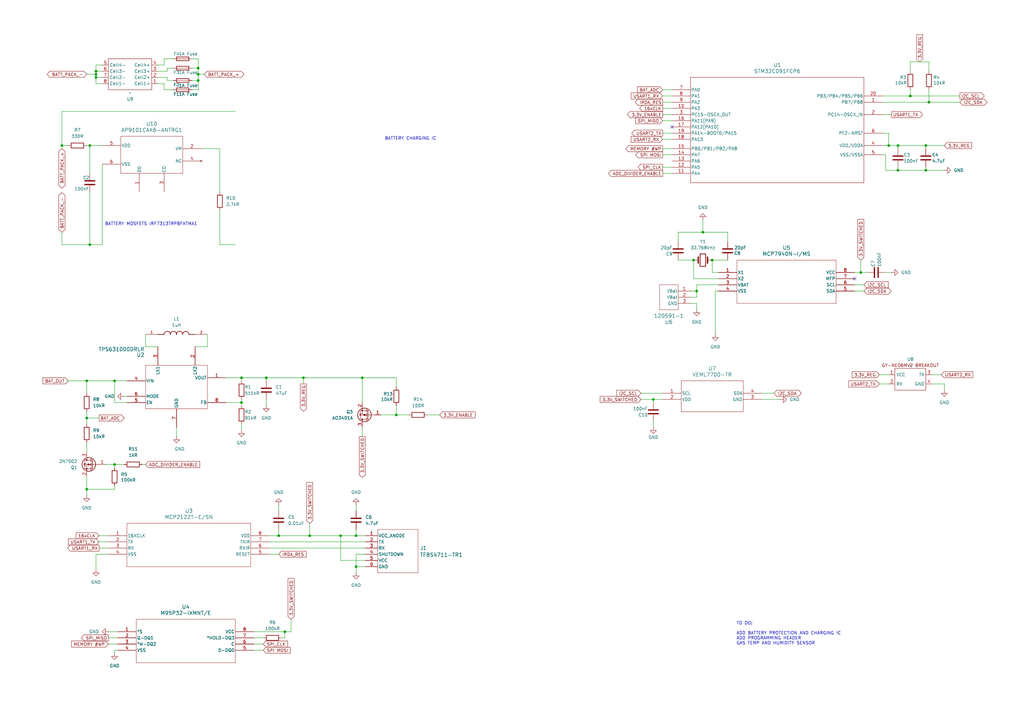
<source format=kicad_sch>
(kicad_sch (version 20250114) (generator "eeschema") (generator_version "9.0")
  (paper "A3")
  (lib_symbols
    (symbol "AMDLA1004S-1R0MT:18650_4_Cell_Holder"
      (property "Reference" "U" (at 0 0 0))
      (symbol "18650_4_Cell_Holder_0_1"
        (rectangle (start -8.89 -1.27) (end 8.89 -13.97))
      )
      (symbol "18650_4_Cell_Holder_1_1"
        (pin input line (at -11.43 -3.81 0) (length 2.54) (name "Cell1+") (number "1"))
        (pin input line (at -11.43 -6.35 0) (length 2.54) (name "Cell2+") (number "2"))
        (pin input line (at -11.43 -8.89 0) (length 2.54) (name "Cell3+") (number "3"))
        (pin input line (at -11.43 -11.43 0) (length 2.54) (name "Cell4+") (number "4"))
        (pin input line (at 11.43 -3.81 180) (length 2.54) (name "Cell1-") (number "8"))
        (pin input line (at 11.43 -6.35 180) (length 2.54) (name "Cell2-") (number "7"))
        (pin input line (at 11.43 -8.89 180) (length 2.54) (name "Cell3-") (number "6"))
        (pin input line (at 11.43 -11.43 180) (length 2.54) (name "Cell4-") (number "5"))
      )
    )
    (symbol "AMDLA1004S-1R0MT:AMDLA1004S-1R0MT" (pin_names (offset 1.016))
      (property "Reference" "L" (at -10.16 5.08 0))
      (property "Value" "AMDLA1004S-1R0MT" (at -10.16 -5.08 0))
      (symbol "AMDLA1004S-1R0MT_0_0"
        (polyline (pts (xy -5.08 0) (xy -7.62 0)) (stroke (width 0.254)))
        (arc (start -5.08 0) (mid -3.81 1.2645) (end -2.54 0) (stroke (width 0.254)))
        (arc (start -2.54 0) (mid -1.27 1.2645) (end 0 0) (stroke (width 0.254)))
        (arc (start 0 0) (mid 1.27 1.2645) (end 2.54 0) (stroke (width 0.254)))
        (arc (start 2.54 0) (mid 3.81 1.2645) (end 5.08 0) (stroke (width 0.254)))
        (polyline (pts (xy 5.08 0) (xy 7.62 0)) (stroke (width 0.254)))
        (pin passive line (at -12.7 0 0) (length 5.08) (name "~") (number "1"))
        (pin passive line (at 12.7 0 180) (length 5.08) (name "~") (number "2"))
      )
    )
    (symbol "AP9101CAK6-ANTRG1:AP9101CAK6-ANTRG1" (pin_names (offset 0.254))
      (property "Reference" "U10" (at 20.32 10.16 0))
      (property "Value" "AP9101CAK6-ANTRG1" (at 20.32 7.62 0))
      (symbol "AP9101CAK6-ANTRG1_0_1"
        (polyline (pts (xy 7.62 5.08) (xy 7.62 -10.16)) (stroke (width 0.127)))
        (polyline (pts (xy 7.62 -10.16) (xy 33.02 -10.16)) (stroke (width 0.127)))
        (polyline (pts (xy 33.02 5.08) (xy 7.62 5.08)) (stroke (width 0.127)))
        (polyline (pts (xy 33.02 -10.16) (xy 33.02 5.08)) (stroke (width 0.127)))
        (pin power_in line (at 0 1.27 0) (length 7.62) (name "VDD") (number "5"))
        (pin power_out line (at 0 -6.35 0) (length 7.62) (name "VSS") (number "6"))
        (pin unspecified line (at 15.24 -17.78 90) (length 7.62) (name "DO") (number "1"))
        (pin unspecified line (at 25.4 -17.78 90) (length 7.62) (name "CO") (number "3"))
        (pin input line (at 40.64 0 180) (length 7.62) (name "VM") (number "2"))
        (pin no_connect line (at 40.64 -5.08 180) (length 7.62) (name "NC") (number "4"))
      )
    )
    (symbol "Device:C" (pin_numbers (hide yes)) (pin_names (offset 0.254))
      (property "Reference" "C" (at 0.635 2.54 0))
      (property "Value" "C" (at 0.635 -2.54 0))
      (symbol "C_0_1"
        (polyline (pts (xy -2.032 0.762) (xy 2.032 0.762)) (stroke (width 0.508)))
        (polyline (pts (xy -2.032 -0.762) (xy 2.032 -0.762)) (stroke (width 0.508)))
      )
      (symbol "C_1_1"
        (pin passive line (at 0 3.81 270) (length 2.794) (name "~") (number "1"))
        (pin passive line (at 0 -3.81 90) (length 2.794) (name "~") (number "2"))
      )
    )
    (symbol "Device:Crystal" (pin_numbers (hide yes)) (pin_names (offset 1.016) (hide yes))
      (property "Reference" "Y" (at 0 3.81 0))
      (property "Value" "Crystal" (at 0 -3.81 0))
      (symbol "Crystal_0_1"
        (polyline (pts (xy -2.54 0) (xy -1.905 0)))
        (polyline (pts (xy -1.905 -1.27) (xy -1.905 1.27)) (stroke (width 0.508)))
        (rectangle (start -1.143 2.54) (end 1.143 -2.54) (stroke (width 0.3048)))
        (polyline (pts (xy 1.905 -1.27) (xy 1.905 1.27)) (stroke (width 0.508)))
        (polyline (pts (xy 2.54 0) (xy 1.905 0)))
      )
      (symbol "Crystal_1_1"
        (pin passive line (at -3.81 0 0) (length 1.27) (name "1") (number "1"))
        (pin passive line (at 3.81 0 180) (length 1.27) (name "2") (number "2"))
      )
    )
    (symbol "Device:Fuse" (pin_numbers (hide yes)) (pin_names (offset 0))
      (property "Reference" "F" (at 2.032 0 90))
      (property "Value" "Fuse" (at -1.905 0 90))
      (symbol "Fuse_0_1"
        (rectangle (start -0.762 -2.54) (end 0.762 2.54) (stroke (width 0.254)))
        (polyline (pts (xy 0 2.54) (xy 0 -2.54)))
      )
      (symbol "Fuse_1_1"
        (pin passive line (at 0 3.81 270) (length 1.27) (name "~") (number "1"))
        (pin passive line (at 0 -3.81 90) (length 1.27) (name "~") (number "2"))
      )
    )
    (symbol "Device:R" (pin_numbers (hide yes)) (pin_names (offset 0))
      (property "Reference" "R" (at 2.032 0 90))
      (property "Value" "R" (at 0 0 90))
      (symbol "R_0_1"
        (rectangle (start -1.016 -2.54) (end 1.016 2.54) (stroke (width 0.254)))
      )
      (symbol "R_1_1"
        (pin passive line (at 0 3.81 270) (length 1.27) (name "~") (number "1"))
        (pin passive line (at 0 -3.81 90) (length 1.27) (name "~") (number "2"))
      )
    )
    (symbol "M95P32-IXMNT/E:GY-NEO6MV2"
      (property "Reference" "U8" (at 0 2.54 0))
      (property "Value" "~" (at 0 0 0))
      (symbol "GY-NEO6MV2_1_1"
        (rectangle (start -6.35 -1.27) (end 6.35 -10.16))
        (text "GY-NEO6MV2 BREAKOUT\n" (at 0 0 0) (effects (font (size 1.27 1.27))))
        (pin input line (at -8.89 -3.81 0) (length 2.54) (name "VCC") (number "1"))
        (pin input line (at -8.89 -7.62 0) (length 2.54) (name "RX") (number "2"))
        (pin input line (at 8.89 -3.81 180) (length 2.54) (name "TX") (number "3"))
        (pin input line (at 8.89 -7.62 180) (length 2.54) (name "GND") (number "4"))
      )
    )
    (symbol "M95P32-IXMNT/E:M95P32-IXMNT_E" (pin_names (offset 0.254))
      (property "Reference" "U" (at 27.94 10.16 0))
      (property "Value" "M95P32-IXMNT/E" (at 27.94 7.62 0))
      (symbol "M95P32-IXMNT_E_0_1"
        (polyline (pts (xy 7.62 5.08) (xy 7.62 -12.7)) (stroke (width 0.127)))
        (polyline (pts (xy 7.62 -12.7) (xy 48.26 -12.7)) (stroke (width 0.127)))
        (polyline (pts (xy 48.26 5.08) (xy 7.62 5.08)) (stroke (width 0.127)))
        (polyline (pts (xy 48.26 -12.7) (xy 48.26 5.08)) (stroke (width 0.127)))
        (pin input line (at 0 0 0) (length 7.62) (name "*S") (number "1"))
        (pin output line (at 0 -2.54 0) (length 7.62) (name "Q-DQ1") (number "2"))
        (pin bidirectional line (at 0 -5.08 0) (length 7.62) (name "*W-DQ2") (number "3"))
        (pin power_out line (at 0 -7.62 0) (length 7.62) (name "VSS") (number "4"))
        (pin power_in line (at 55.88 0 180) (length 7.62) (name "VCC") (number "8"))
        (pin bidirectional line (at 55.88 -2.54 180) (length 7.62) (name "*HOLD-DQ3") (number "7"))
        (pin input line (at 55.88 -5.08 180) (length 7.62) (name "C") (number "6"))
        (pin bidirectional line (at 55.88 -7.62 180) (length 7.62) (name "D-DQ0") (number "5"))
      )
    )
    (symbol "MCP2122:MCP2122T-E_SN" (pin_names (offset 0.254))
      (property "Reference" "U" (at 33.02 10.16 0))
      (property "Value" "MCP2122T-E/SN" (at 33.02 7.62 0))
      (symbol "MCP2122T-E_SN_0_1"
        (polyline (pts (xy 7.62 5.08) (xy 7.62 -12.7)) (stroke (width 0.127)))
        (polyline (pts (xy 7.62 -12.7) (xy 58.42 -12.7)) (stroke (width 0.127)))
        (polyline (pts (xy 58.42 5.08) (xy 7.62 5.08)) (stroke (width 0.127)))
        (polyline (pts (xy 58.42 -12.7) (xy 58.42 5.08)) (stroke (width 0.127)))
        (pin unspecified line (at 0 0 0) (length 7.62) (name "16XCLK") (number "1"))
        (pin unspecified line (at 0 -2.54 0) (length 7.62) (name "TX") (number "2"))
        (pin unspecified line (at 0 -5.08 0) (length 7.62) (name "RX") (number "3"))
        (pin unspecified line (at 0 -7.62 0) (length 7.62) (name "VSS") (number "4"))
        (pin unspecified line (at 66.04 0 180) (length 7.62) (name "VDD") (number "8"))
        (pin unspecified line (at 66.04 -2.54 180) (length 7.62) (name "TXIR") (number "7"))
        (pin unspecified line (at 66.04 -5.08 180) (length 7.62) (name "RXIR") (number "6"))
        (pin unspecified line (at 66.04 -7.62 180) (length 7.62) (name "RESET") (number "5"))
      )
    )
    (symbol "MCP7940N-I/MS:MCP7940N-I_MS" (pin_names (offset 0.254))
      (property "Reference" "U" (at 27.94 10.16 0))
      (property "Value" "MCP7940N-I/MS" (at 27.94 7.62 0))
      (symbol "MCP7940N-I_MS_0_1"
        (polyline (pts (xy 7.62 5.08) (xy 7.62 -12.7)) (stroke (width 0.127)))
        (polyline (pts (xy 7.62 -12.7) (xy 48.26 -12.7)) (stroke (width 0.127)))
        (polyline (pts (xy 48.26 5.08) (xy 7.62 5.08)) (stroke (width 0.127)))
        (polyline (pts (xy 48.26 -12.7) (xy 48.26 5.08)) (stroke (width 0.127)))
        (pin input line (at 0 0 0) (length 7.62) (name "X1") (number "1"))
        (pin output line (at 0 -2.54 0) (length 7.62) (name "X2") (number "2"))
        (pin power_in line (at 0 -5.08 0) (length 7.62) (name "VBAT") (number "3"))
        (pin power_in line (at 0 -7.62 0) (length 7.62) (name "VSS") (number "4"))
        (pin power_in line (at 55.88 0 180) (length 7.62) (name "VCC") (number "8"))
        (pin unspecified line (at 55.88 -2.54 180) (length 7.62) (name "MFP") (number "7"))
        (pin unspecified line (at 55.88 -5.08 180) (length 7.62) (name "SCL") (number "6"))
        (pin bidirectional line (at 55.88 -7.62 180) (length 7.62) (name "SDA") (number "5"))
      )
    )
    (symbol "MP000357:120591-1" (pin_names (offset 0.254))
      (property "Reference" "U6" (at 8.89 -12.7 0))
      (property "Value" "120591-1" (at 8.89 -10.16 0))
      (symbol "120591-1_1_1"
        (polyline (pts (xy 5.08 2.54) (xy 5.08 -7.62)) (stroke (width 0.127)))
        (polyline (pts (xy 5.08 -7.62) (xy 12.7 -7.62)) (stroke (width 0.127)))
        (polyline (pts (xy 12.7 2.54) (xy 5.08 2.54)) (stroke (width 0.127)))
        (polyline (pts (xy 12.7 -7.62) (xy 12.7 2.54)) (stroke (width 0.127)))
        (pin unspecified line (at 0 0 0) (length 5.08) (name "VBat") (number "1"))
        (pin unspecified line (at 0 -2.54 0) (length 5.08) (name "VBat") (number "2"))
        (pin unspecified line (at 0 -5.08 0) (length 5.08) (name "GND") (number "3"))
      )
      (symbol "120591-1_1_2"
        (polyline (pts (xy 5.08 2.54) (xy 5.08 -7.62)) (stroke (width 0.127)))
        (polyline (pts (xy 5.08 -7.62) (xy 12.7 -7.62)) (stroke (width 0.127)))
        (polyline (pts (xy 7.62 0) (xy 5.08 0)) (stroke (width 0.127)))
        (polyline (pts (xy 7.62 0) (xy 8.89 0.8467)) (stroke (width 0.127)))
        (polyline (pts (xy 7.62 0) (xy 8.89 -0.8467)) (stroke (width 0.127)))
        (polyline (pts (xy 7.62 -2.54) (xy 5.08 -2.54)) (stroke (width 0.127)))
        (polyline (pts (xy 7.62 -2.54) (xy 8.89 -1.6933)) (stroke (width 0.127)))
        (polyline (pts (xy 7.62 -2.54) (xy 8.89 -3.3867)) (stroke (width 0.127)))
        (polyline (pts (xy 7.62 -5.08) (xy 5.08 -5.08)) (stroke (width 0.127)))
        (polyline (pts (xy 7.62 -5.08) (xy 8.89 -4.2333)) (stroke (width 0.127)))
        (polyline (pts (xy 7.62 -5.08) (xy 8.89 -5.9267)) (stroke (width 0.127)))
        (polyline (pts (xy 12.7 2.54) (xy 5.08 2.54)) (stroke (width 0.127)))
        (polyline (pts (xy 12.7 -7.62) (xy 12.7 2.54)) (stroke (width 0.127)))
        (pin unspecified line (at 0 0 0) (length 5.08) (name "1") (number "1"))
        (pin unspecified line (at 0 -2.54 0) (length 5.08) (name "2") (number "2"))
        (pin unspecified line (at 0 -5.08 0) (length 5.08) (name "3") (number "3"))
      )
    )
    (symbol "STM32C091FCP6:STM32C091FCP6" (pin_names (offset 0.254))
      (property "Reference" "U1" (at 43.18 10.16 0))
      (property "Value" "STM32C091FCP6" (at 43.18 7.62 0))
      (symbol "STM32C091FCP6_0_1"
        (polyline (pts (xy 7.62 5.08) (xy 7.62 -38.1)))
        (polyline (pts (xy 7.62 -38.1) (xy 78.74 -38.1)))
        (polyline (pts (xy 78.74 5.08) (xy 7.62 5.08)))
        (polyline (pts (xy 78.74 -38.1) (xy 78.74 5.08)))
        (pin bidirectional line (at 0 0 0) (length 7.62) (name "PA0") (number "7"))
        (pin bidirectional line (at 0 -2.54 0) (length 7.62) (name "PA1") (number "8"))
        (pin bidirectional line (at 0 -5.08 0) (length 7.62) (name "PA2") (number "9"))
        (pin bidirectional line (at 0 -7.62 0) (length 7.62) (name "PA3") (number "10"))
        (pin bidirectional line (at 0 -10.16 0) (length 7.62) (name "PC15-OSCX_OUT") (number "3"))
        (pin bidirectional line (at 0 -12.7 0) (length 7.62) (name "PA11[PA9]") (number "16"))
        (pin bidirectional line (at 0 -15.24 0) (length 7.62) (name "PA12[PA10]") (number "17"))
        (pin bidirectional line (at 0 -17.78 0) (length 7.62) (name "PA14-BOOT0/PA15") (number "19"))
        (pin bidirectional line (at 0 -20.32 0) (length 7.62) (name "PA13") (number "18"))
        (pin bidirectional line (at 0 -24.13 0) (length 7.62) (name "PB0/PB1/PB2/PA8") (number "15"))
        (pin bidirectional line (at 0 -26.67 0) (length 7.62) (name "PA7") (number "14"))
        (pin bidirectional line (at 0 -29.21 0) (length 7.62) (name "PA6") (number "13"))
        (pin bidirectional line (at 0 -31.75 0) (length 7.62) (name "PA5") (number "12"))
        (pin bidirectional line (at 0 -34.29 0) (length 7.62) (name "PA4") (number "11"))
        (pin bidirectional line (at 86.36 -2.54 180) (length 7.62) (name "PB3/PB4/PB5/PB6") (number "20"))
        (pin bidirectional line (at 86.36 -5.08 180) (length 7.62) (name "PB7/PB8") (number "1"))
        (pin bidirectional line (at 86.36 -10.16 180) (length 7.62) (name "PC14-OSCX_IN") (number "2"))
        (pin bidirectional line (at 86.36 -17.78 180) (length 7.62) (name "PF2-NRST") (number "6"))
        (pin power_in line (at 86.36 -22.86 180) (length 7.62) (name "VDD/VDDA") (number "4"))
        (pin power_in line (at 86.36 -26.67 180) (length 7.62) (name "VSS/VSSA") (number "5"))
      )
    )
    (symbol "TFBS4711-TR1:TFBS4711-TR1" (pin_names (offset 0.254))
      (property "Reference" "J1" (at 22.352 -5.08 0))
      (property "Value" "TFBS4711-TR1" (at 22.352 -7.874 0))
      (symbol "TFBS4711-TR1_0_1"
        (polyline (pts (xy 5.08 2.54) (xy 5.08 -15.24)) (stroke (width 0.127)))
        (polyline (pts (xy 5.08 -15.24) (xy 21.59 -15.24)) (stroke (width 0.127)))
        (polyline (pts (xy 21.59 2.54) (xy 5.08 2.54)) (stroke (width 0.127)))
        (polyline (pts (xy 21.59 -15.24) (xy 21.59 2.54)) (stroke (width 0.127)))
      )
      (symbol "TFBS4711-TR1_1_1"
        (pin unspecified line (at 0 0 0) (length 5.08) (name "VCC_ANODE") (number "1"))
        (pin unspecified line (at 0 -2.54 0) (length 5.08) (name "TX") (number "2"))
        (pin unspecified line (at 0 -5.08 0) (length 5.08) (name "RX") (number "3"))
        (pin unspecified line (at 0 -7.62 0) (length 5.08) (name "SHUTDOWN") (number "4"))
        (pin unspecified line (at 0 -10.16 0) (length 5.08) (name "VCC") (number "5"))
        (pin unspecified line (at 0 -12.7 0) (length 5.08) (name "GND") (number "6"))
      )
    )
    (symbol "TPS631000DRLR:TPS631000DRLR" (pin_names (offset 0.254))
      (property "Reference" "U2" (at 20.32 10.16 0))
      (property "Value" "TPS631000DRLR" (at 20.32 7.62 0))
      (symbol "TPS631000DRLR_0_1"
        (polyline (pts (xy 7.62 5.08) (xy 7.62 -12.7)) (stroke (width 0.127)))
        (polyline (pts (xy 7.62 -12.7) (xy 33.02 -12.7)) (stroke (width 0.127)))
        (polyline (pts (xy 33.02 5.08) (xy 7.62 5.08)) (stroke (width 0.127)))
        (polyline (pts (xy 33.02 -12.7) (xy 33.02 5.08)) (stroke (width 0.127)))
        (pin power_in line (at 0 -1.27 0) (length 7.62) (name "VIN") (number "4"))
        (pin input line (at 0 -7.62 0) (length 7.62) (name "MODE") (number "6"))
        (pin input line (at 0 -10.16 0) (length 7.62) (name "EN") (number "5"))
        (pin power_in line (at 12.7 12.7 270) (length 7.62) (name "LX1") (number "3"))
        (pin power_in line (at 20.32 -20.32 90) (length 7.62) (name "GND") (number "7"))
        (pin power_in line (at 27.94 12.7 270) (length 7.62) (name "LX2") (number "2"))
        (pin power_in line (at 40.64 0 180) (length 7.62) (name "VOUT") (number "1"))
        (pin input line (at 40.64 -10.16 180) (length 7.62) (name "FB") (number "8"))
      )
    )
    (symbol "Transistor_FET:2N7002" (pin_names (hide yes))
      (property "Reference" "Q" (at 5.08 1.905 0))
      (property "Value" "2N7002" (at 5.08 0 0))
      (symbol "2N7002_0_1"
        (polyline (pts (xy 0.254 1.905) (xy 0.254 -1.905)) (stroke (width 0.254)))
        (polyline (pts (xy 0.254 0) (xy -2.54 0)))
        (polyline (pts (xy 0.762 2.286) (xy 0.762 1.27)) (stroke (width 0.254)))
        (polyline (pts (xy 0.762 0.508) (xy 0.762 -0.508)) (stroke (width 0.254)))
        (polyline (pts (xy 0.762 -1.27) (xy 0.762 -2.286)) (stroke (width 0.254)))
        (polyline (pts (xy 0.762 -1.778) (xy 3.302 -1.778) (xy 3.302 1.778) (xy 0.762 1.778)))
        (polyline (pts (xy 1.016 0) (xy 2.032 0.381) (xy 2.032 -0.381) (xy 1.016 0)) (fill (type outline)))
        (circle (center 1.651 0) (radius 2.794) (stroke (width 0.254)))
        (polyline (pts (xy 2.54 2.54) (xy 2.54 1.778)))
        (circle (center 2.54 1.778) (radius 0.254) (fill (type outline)))
        (circle (center 2.54 -1.778) (radius 0.254) (fill (type outline)))
        (polyline (pts (xy 2.54 -2.54) (xy 2.54 0) (xy 0.762 0)))
        (polyline (pts (xy 2.794 0.508) (xy 2.921 0.381) (xy 3.683 0.381) (xy 3.81 0.254)))
        (polyline (pts (xy 3.302 0.381) (xy 2.921 -0.254) (xy 3.683 -0.254) (xy 3.302 0.381)))
      )
      (symbol "2N7002_1_1"
        (pin input line (at -5.08 0 0) (length 2.54) (name "G") (number "1"))
        (pin passive line (at 2.54 5.08 270) (length 2.54) (name "D") (number "3"))
        (pin passive line (at 2.54 -5.08 90) (length 2.54) (name "S") (number "2"))
      )
    )
    (symbol "Transistor_FET:AO3401A" (pin_names (hide yes))
      (property "Reference" "Q" (at 5.08 1.905 0))
      (property "Value" "AO3401A" (at 5.08 0 0))
      (symbol "AO3401A_0_1"
        (polyline (pts (xy 0.254 1.905) (xy 0.254 -1.905)) (stroke (width 0.254)))
        (polyline (pts (xy 0.254 0) (xy -2.54 0)))
        (polyline (pts (xy 0.762 2.286) (xy 0.762 1.27)) (stroke (width 0.254)))
        (polyline (pts (xy 0.762 1.778) (xy 3.302 1.778) (xy 3.302 -1.778) (xy 0.762 -1.778)))
        (polyline (pts (xy 0.762 0.508) (xy 0.762 -0.508)) (stroke (width 0.254)))
        (polyline (pts (xy 0.762 -1.27) (xy 0.762 -2.286)) (stroke (width 0.254)))
        (circle (center 1.651 0) (radius 2.794) (stroke (width 0.254)))
        (polyline (pts (xy 2.286 0) (xy 1.27 0.381) (xy 1.27 -0.381) (xy 2.286 0)) (fill (type outline)))
        (polyline (pts (xy 2.54 2.54) (xy 2.54 1.778)))
        (circle (center 2.54 1.778) (radius 0.254) (fill (type outline)))
        (circle (center 2.54 -1.778) (radius 0.254) (fill (type outline)))
        (polyline (pts (xy 2.54 -2.54) (xy 2.54 0) (xy 0.762 0)))
        (polyline (pts (xy 2.794 -0.508) (xy 2.921 -0.381) (xy 3.683 -0.381) (xy 3.81 -0.254)))
        (polyline (pts (xy 3.302 -0.381) (xy 2.921 0.254) (xy 3.683 0.254) (xy 3.302 -0.381)))
      )
      (symbol "AO3401A_1_1"
        (pin input line (at -5.08 0 0) (length 2.54) (name "G") (number "1"))
        (pin passive line (at 2.54 5.08 270) (length 2.54) (name "D") (number "3"))
        (pin passive line (at 2.54 -5.08 90) (length 2.54) (name "S") (number "2"))
      )
    )
    (symbol "VEML7700-TR:VEML7700-TR" (pin_names (offset 0.254))
      (property "Reference" "U" (at 20.32 10.16 0))
      (property "Value" "VEML7700-TR" (at 20.32 7.62 0))
      (symbol "VEML7700-TR_0_1"
        (polyline (pts (xy 7.62 5.08) (xy 7.62 -7.62)) (stroke (width 0.127)))
        (polyline (pts (xy 7.62 -7.62) (xy 33.02 -7.62)) (stroke (width 0.127)))
        (polyline (pts (xy 33.02 5.08) (xy 7.62 5.08)) (stroke (width 0.127)))
        (polyline (pts (xy 33.02 -7.62) (xy 33.02 5.08)) (stroke (width 0.127)))
        (pin unspecified line (at 0 0 0) (length 7.62) (name "SCL") (number "1"))
        (pin power_in line (at 0 -2.54 0) (length 7.62) (name "VDD") (number "2"))
        (pin unspecified line (at 40.64 0 180) (length 7.62) (name "SDA") (number "4"))
        (pin power_out line (at 40.64 -2.54 180) (length 7.62) (name "GND") (number "3"))
      )
    )
    (symbol "power:GND" (power) (pin_numbers (hide yes)) (pin_names (offset 0) (hide yes))
      (property "Value" "GND" (at 0 -3.81 0))
      (symbol "GND_0_1"
        (polyline (pts (xy 0 0) (xy 0 -1.27) (xy 1.27 -1.27) (xy 0 -2.54) (xy -1.27 -1.27) (xy 0 -1.27)))
      )
      (symbol "GND_1_1"
        (pin power_in line (at 0 0 270) (length 0) (name "~") (number "1"))
      )
    )
  )
  (text "BATTERY MOSFETS IRF7313TRPBFXTMA1" (at 61.976 91.948 0) (effects (font (size 1.27 1.27))))
  (text "BATTERY CHARGING IC\n" (at 168.402 56.896 0) (effects (font (size 1.27 1.27))))
  (text "TO DO:\n\nADD BATTERY PROTECTION AND CHARGING IC\nADD PROGRAMMING HEADER\nGAS TEMP AND HUMIDITY SENSOR\n\n\n\n\n\n" (at 302.006 264.922 0) (effects (font (size 1.27 1.27)) (justify left)))
  (junction (at 288.29 95.25))
  (junction (at 381 41.91))
  (junction (at 46.99 190.5))
  (junction (at 148.59 154.94))
  (junction (at 36.83 100.33))
  (junction (at 379.73 59.69))
  (junction (at 39.37 31.75))
  (junction (at 39.37 29.21))
  (junction (at 25.4 59.69))
  (junction (at 116.84 259.08))
  (junction (at 379.73 69.85))
  (junction (at 139.7 219.71))
  (junction (at 285.75 119.38))
  (junction (at 292.1 106.68))
  (junction (at 81.28 27.94))
  (junction (at 81.28 30.48))
  (junction (at 35.56 156.21))
  (junction (at 46.99 156.21))
  (junction (at 146.05 219.71))
  (junction (at 146.05 232.41))
  (junction (at 368.3 69.85))
  (junction (at 373.38 39.37))
  (junction (at 36.83 59.69))
  (junction (at 35.56 200.66))
  (junction (at 162.56 170.18))
  (junction (at 124.46 154.94))
  (junction (at 127 219.71))
  (junction (at 114.3 219.71))
  (junction (at 81.28 33.02))
  (junction (at 284.48 106.68))
  (junction (at 368.3 59.69))
  (junction (at 99.06 154.94))
  (junction (at 267.97 163.83))
  (junction (at 353.06 111.76))
  (junction (at 109.22 154.94))
  (junction (at 39.37 30.48))
  (junction (at 35.56 171.45))
  (junction (at 99.06 165.1))
  (junction (at 364.49 59.69))
  (no_connect (at 275.59 52.07))
  (no_connect (at 350.52 114.3))
  (wire (pts (xy 46.99 200.66) (xy 35.56 200.66)))
  (wire (pts (xy 39.37 29.21) (xy 39.37 26.67)))
  (wire (pts (xy 298.45 95.25) (xy 298.45 99.06)))
  (wire (pts (xy 146.05 234.95) (xy 146.05 232.41)))
  (wire (pts (xy 127 214.63) (xy 127 219.71)))
  (wire (pts (xy 78.74 36.83) (xy 81.28 36.83)))
  (wire (pts (xy 35.56 156.21) (xy 35.56 161.29)))
  (wire (pts (xy 110.49 222.25) (xy 149.86 222.25)))
  (wire (pts (xy 175.26 170.18) (xy 180.34 170.18)))
  (wire (pts (xy 80.01 142.24) (xy 85.09 142.24)))
  (wire (pts (xy 40.64 219.71) (xy 44.45 219.71)))
  (wire (pts (xy 262.89 161.29) (xy 271.78 161.29)))
  (wire (pts (xy 81.28 27.94) (xy 81.28 24.13)))
  (wire (pts (xy 64.77 26.67) (xy 67.31 26.67)))
  (wire (pts (xy 368.3 59.69) (xy 379.73 59.69)))
  (wire (pts (xy 288.29 90.17) (xy 288.29 95.25)))
  (wire (pts (xy 387.35 157.48) (xy 387.35 160.02)))
  (wire (pts (xy 312.42 161.29) (xy 317.5 161.29)))
  (wire (pts (xy 44.45 259.08) (xy 48.26 259.08)))
  (wire (pts (xy 283.21 121.92) (xy 285.75 121.92)))
  (wire (pts (xy 124.46 154.94) (xy 124.46 157.48)))
  (wire (pts (xy 267.97 163.83) (xy 271.78 163.83)))
  (wire (pts (xy 148.59 165.1) (xy 148.59 154.94)))
  (wire (pts (xy 381 41.91) (xy 381 36.83)))
  (wire (pts (xy 25.4 60.96) (xy 25.4 59.69)))
  (wire (pts (xy 292.1 111.76) (xy 292.1 106.68)))
  (wire (pts (xy 25.4 45.72) (xy 96.52 45.72)))
  (wire (pts (xy 109.22 154.94) (xy 124.46 154.94)))
  (wire (pts (xy 364.49 54.61) (xy 364.49 59.69)))
  (wire (pts (xy 382.27 157.48) (xy 387.35 157.48)))
  (wire (pts (xy 68.58 29.21) (xy 68.58 27.94)))
  (wire (pts (xy 27.94 156.21) (xy 35.56 156.21)))
  (wire (pts (xy 40.64 222.25) (xy 44.45 222.25)))
  (wire (pts (xy 381 29.21) (xy 381 25.4)))
  (wire (pts (xy 110.49 219.71) (xy 114.3 219.71)))
  (wire (pts (xy 292.1 106.68) (xy 298.45 106.68)))
  (wire (pts (xy 90.17 60.96) (xy 90.17 78.74)))
  (wire (pts (xy 368.3 69.85) (xy 379.73 69.85)))
  (wire (pts (xy 48.26 266.7) (xy 46.99 266.7)))
  (wire (pts (xy 149.86 229.87) (xy 139.7 229.87)))
  (wire (pts (xy 360.68 153.67) (xy 364.49 153.67)))
  (wire (pts (xy 35.56 171.45) (xy 40.64 171.45)))
  (wire (pts (xy 278.13 95.25) (xy 288.29 95.25)))
  (wire (pts (xy 379.73 59.69) (xy 379.73 60.96)))
  (wire (pts (xy 85.09 137.16) (xy 85.09 142.24)))
  (wire (pts (xy 278.13 106.68) (xy 284.48 106.68)))
  (wire (pts (xy 64.77 34.29) (xy 67.31 34.29)))
  (wire (pts (xy 90.17 100.33) (xy 96.52 100.33)))
  (wire (pts (xy 104.14 259.08) (xy 116.84 259.08)))
  (wire (pts (xy 146.05 217.17) (xy 146.05 219.71)))
  (wire (pts (xy 379.73 69.85) (xy 387.35 69.85)))
  (wire (pts (xy 36.83 59.69) (xy 41.91 59.69)))
  (wire (pts (xy 350.52 116.84) (xy 354.33 116.84)))
  (wire (pts (xy 82.55 60.96) (xy 90.17 60.96)))
  (wire (pts (xy 64.77 142.24) (xy 59.69 142.24)))
  (wire (pts (xy 71.12 36.83) (xy 67.31 36.83)))
  (wire (pts (xy 67.31 26.67) (xy 67.31 24.13)))
  (wire (pts (xy 81.28 27.94) (xy 78.74 27.94)))
  (wire (pts (xy 92.71 154.94) (xy 99.06 154.94)))
  (wire (pts (xy 110.49 224.79) (xy 149.86 224.79)))
  (wire (pts (xy 43.18 190.5) (xy 46.99 190.5)))
  (wire (pts (xy 350.52 119.38) (xy 354.33 119.38)))
  (wire (pts (xy 373.38 39.37) (xy 393.7 39.37)))
  (wire (pts (xy 149.86 227.33) (xy 146.05 227.33)))
  (wire (pts (xy 350.52 111.76) (xy 353.06 111.76)))
  (wire (pts (xy 81.28 36.83) (xy 81.28 33.02)))
  (wire (pts (xy 35.56 156.21) (xy 46.99 156.21)))
  (wire (pts (xy 146.05 227.33) (xy 146.05 232.41)))
  (wire (pts (xy 363.22 69.85) (xy 368.3 69.85)))
  (wire (pts (xy 363.22 69.85) (xy 363.22 63.5)))
  (wire (pts (xy 90.17 86.36) (xy 90.17 100.33)))
  (wire (pts (xy 271.78 54.61) (xy 275.59 54.61)))
  (wire (pts (xy 35.56 168.91) (xy 35.56 171.45)))
  (wire (pts (xy 294.64 111.76) (xy 292.1 111.76)))
  (wire (pts (xy 114.3 207.01) (xy 114.3 209.55)))
  (wire (pts (xy 353.06 106.68) (xy 353.06 111.76)))
  (wire (pts (xy 162.56 170.18) (xy 167.64 170.18)))
  (wire (pts (xy 39.37 227.33) (xy 39.37 233.68)))
  (wire (pts (xy 59.69 190.5) (xy 58.42 190.5)))
  (wire (pts (xy 379.73 68.58) (xy 379.73 69.85)))
  (wire (pts (xy 41.91 29.21) (xy 39.37 29.21)))
  (wire (pts (xy 271.78 68.58) (xy 275.59 68.58)))
  (wire (pts (xy 36.83 100.33) (xy 41.91 100.33)))
  (wire (pts (xy 283.21 124.46) (xy 285.75 124.46)))
  (wire (pts (xy 72.39 175.26) (xy 72.39 179.07)))
  (wire (pts (xy 283.21 119.38) (xy 285.75 119.38)))
  (wire (pts (xy 99.06 165.1) (xy 99.06 166.37)))
  (wire (pts (xy 361.95 39.37) (xy 373.38 39.37)))
  (wire (pts (xy 46.99 156.21) (xy 52.07 156.21)))
  (wire (pts (xy 127 219.71) (xy 114.3 219.71)))
  (wire (pts (xy 146.05 207.01) (xy 146.05 209.55)))
  (wire (pts (xy 104.14 261.62) (xy 107.95 261.62)))
  (wire (pts (xy 36.83 78.74) (xy 36.83 100.33)))
  (wire (pts (xy 39.37 227.33) (xy 44.45 227.33)))
  (wire (pts (xy 46.99 190.5) (xy 46.99 191.77)))
  (wire (pts (xy 35.56 181.61) (xy 35.56 185.42)))
  (wire (pts (xy 368.3 68.58) (xy 368.3 69.85)))
  (wire (pts (xy 267.97 163.83) (xy 267.97 165.1)))
  (wire (pts (xy 109.22 154.94) (xy 109.22 156.21)))
  (wire (pts (xy 368.3 59.69) (xy 368.3 60.96)))
  (wire (pts (xy 41.91 67.31) (xy 41.91 100.33)))
  (wire (pts (xy 119.38 254) (xy 119.38 259.08)))
  (wire (pts (xy 39.37 30.48) (xy 39.37 29.21)))
  (wire (pts (xy 41.91 31.75) (xy 39.37 31.75)))
  (wire (pts (xy 35.56 171.45) (xy 35.56 173.99)))
  (wire (pts (xy 293.37 119.38) (xy 293.37 137.16)))
  (wire (pts (xy 162.56 158.75) (xy 162.56 154.94)))
  (wire (pts (xy 271.78 46.99) (xy 275.59 46.99)))
  (wire (pts (xy 271.78 49.53) (xy 275.59 49.53)))
  (wire (pts (xy 271.78 60.96) (xy 275.59 60.96)))
  (wire (pts (xy 146.05 219.71) (xy 149.86 219.71)))
  (wire (pts (xy 360.68 157.48) (xy 364.49 157.48)))
  (wire (pts (xy 25.4 59.69) (xy 25.4 45.72)))
  (wire (pts (xy 104.14 264.16) (xy 107.95 264.16)))
  (wire (pts (xy 99.06 154.94) (xy 99.06 156.21)))
  (wire (pts (xy 39.37 26.67) (xy 41.91 26.67)))
  (wire (pts (xy 39.37 34.29) (xy 39.37 31.75)))
  (wire (pts (xy 35.56 59.69) (xy 36.83 59.69)))
  (wire (pts (xy 104.14 266.7) (xy 107.95 266.7)))
  (wire (pts (xy 139.7 219.71) (xy 146.05 219.71)))
  (wire (pts (xy 36.83 100.33) (xy 25.4 100.33)))
  (wire (pts (xy 271.78 57.15) (xy 275.59 57.15)))
  (wire (pts (xy 67.31 24.13) (xy 71.12 24.13)))
  (wire (pts (xy 114.3 217.17) (xy 114.3 219.71)))
  (wire (pts (xy 361.95 46.99) (xy 365.76 46.99)))
  (wire (pts (xy 68.58 31.75) (xy 68.58 33.02)))
  (wire (pts (xy 262.89 163.83) (xy 267.97 163.83)))
  (wire (pts (xy 81.28 33.02) (xy 81.28 30.48)))
  (wire (pts (xy 271.78 71.12) (xy 275.59 71.12)))
  (wire (pts (xy 52.07 165.1) (xy 46.99 165.1)))
  (wire (pts (xy 294.64 114.3) (xy 284.48 114.3)))
  (wire (pts (xy 148.59 175.26) (xy 148.59 179.07)))
  (wire (pts (xy 81.28 33.02) (xy 78.74 33.02)))
  (wire (pts (xy 278.13 99.06) (xy 278.13 95.25)))
  (wire (pts (xy 361.95 59.69) (xy 364.49 59.69)))
  (wire (pts (xy 39.37 31.75) (xy 39.37 30.48)))
  (wire (pts (xy 271.78 36.83) (xy 275.59 36.83)))
  (wire (pts (xy 59.69 137.16) (xy 59.69 142.24)))
  (wire (pts (xy 110.49 227.33) (xy 114.3 227.33)))
  (wire (pts (xy 92.71 165.1) (xy 99.06 165.1)))
  (wire (pts (xy 271.78 39.37) (xy 275.59 39.37)))
  (wire (pts (xy 44.45 261.62) (xy 48.26 261.62)))
  (wire (pts (xy 99.06 163.83) (xy 99.06 165.1)))
  (wire (pts (xy 364.49 59.69) (xy 368.3 59.69)))
  (wire (pts (xy 288.29 95.25) (xy 298.45 95.25)))
  (wire (pts (xy 50.8 162.56) (xy 52.07 162.56)))
  (wire (pts (xy 35.56 200.66) (xy 35.56 203.2)))
  (wire (pts (xy 68.58 27.94) (xy 71.12 27.94)))
  (wire (pts (xy 284.48 114.3) (xy 284.48 106.68)))
  (wire (pts (xy 36.83 59.69) (xy 36.83 71.12)))
  (wire (pts (xy 373.38 29.21) (xy 373.38 25.4)))
  (wire (pts (xy 25.4 95.25) (xy 25.4 100.33)))
  (wire (pts (xy 294.64 116.84) (xy 285.75 116.84)))
  (wire (pts (xy 162.56 154.94) (xy 148.59 154.94)))
  (wire (pts (xy 381 41.91) (xy 393.7 41.91)))
  (wire (pts (xy 115.57 261.62) (xy 116.84 261.62)))
  (wire (pts (xy 46.99 199.39) (xy 46.99 200.66)))
  (wire (pts (xy 162.56 166.37) (xy 162.56 170.18)))
  (wire (pts (xy 116.84 259.08) (xy 119.38 259.08)))
  (wire (pts (xy 361.95 41.91) (xy 381 41.91)))
  (wire (pts (xy 361.95 54.61) (xy 364.49 54.61)))
  (wire (pts (xy 373.38 25.4) (xy 381 25.4)))
  (wire (pts (xy 81.28 30.48) (xy 81.28 27.94)))
  (wire (pts (xy 363.22 111.76) (xy 365.76 111.76)))
  (wire (pts (xy 41.91 34.29) (xy 39.37 34.29)))
  (wire (pts (xy 116.84 261.62) (xy 116.84 259.08)))
  (wire (pts (xy 363.22 63.5) (xy 361.95 63.5)))
  (wire (pts (xy 46.99 156.21) (xy 46.99 165.1)))
  (wire (pts (xy 25.4 59.69) (xy 27.94 59.69)))
  (wire (pts (xy 39.37 30.48) (xy 35.56 30.48)))
  (wire (pts (xy 67.31 34.29) (xy 67.31 36.83)))
  (wire (pts (xy 68.58 33.02) (xy 71.12 33.02)))
  (wire (pts (xy 35.56 195.58) (xy 35.56 200.66)))
  (wire (pts (xy 44.45 264.16) (xy 48.26 264.16)))
  (wire (pts (xy 285.75 121.92) (xy 285.75 119.38)))
  (wire (pts (xy 109.22 163.83) (xy 109.22 166.37)))
  (wire (pts (xy 99.06 154.94) (xy 109.22 154.94)))
  (wire (pts (xy 271.78 44.45) (xy 275.59 44.45)))
  (wire (pts (xy 99.06 173.99) (xy 99.06 176.53)))
  (wire (pts (xy 285.75 116.84) (xy 285.75 119.38)))
  (wire (pts (xy 271.78 41.91) (xy 275.59 41.91)))
  (wire (pts (xy 127 219.71) (xy 139.7 219.71)))
  (wire (pts (xy 81.28 24.13) (xy 78.74 24.13)))
  (wire (pts (xy 46.99 190.5) (xy 50.8 190.5)))
  (wire (pts (xy 124.46 154.94) (xy 148.59 154.94)))
  (wire (pts (xy 312.42 163.83) (xy 320.04 163.83)))
  (wire (pts (xy 146.05 232.41) (xy 149.86 232.41)))
  (wire (pts (xy 64.77 31.75) (xy 68.58 31.75)))
  (wire (pts (xy 267.97 172.72) (xy 267.97 175.26)))
  (wire (pts (xy 379.73 59.69) (xy 387.35 59.69)))
  (wire (pts (xy 46.99 266.7) (xy 46.99 267.97)))
  (wire (pts (xy 285.75 124.46) (xy 285.75 127)))
  (wire (pts (xy 382.27 153.67) (xy 386.08 153.67)))
  (wire (pts (xy 293.37 119.38) (xy 294.64 119.38)))
  (wire (pts (xy 353.06 111.76) (xy 355.6 111.76)))
  (wire (pts (xy 271.78 63.5) (xy 275.59 63.5)))
  (wire (pts (xy 64.77 29.21) (xy 68.58 29.21)))
  (wire (pts (xy 139.7 229.87) (xy 139.7 219.71)))
  (wire (pts (xy 373.38 36.83) (xy 373.38 39.37)))
  (wire (pts (xy 83.82 30.48) (xy 81.28 30.48)))
  (wire (pts (xy 40.64 224.79) (xy 44.45 224.79)))
  (wire (pts (xy 162.56 170.18) (xy 156.21 170.18)))
  (global_label "SPI_MISO" (shape input) (at 271.78 49.53 180) (property "Intersheetrefs" "${INTERSHEET_REFS}" (effects (hide yes))))
  (global_label "I2C_SDA" (shape bidirectional) (at 317.5 161.29 0) (property "Intersheetrefs" "${INTERSHEET_REFS}" (effects (hide yes))))
  (global_label "3.3V_SWITCHED" (shape input) (at 353.06 106.68 90) (property "Intersheetrefs" "${INTERSHEET_REFS}" (effects (hide yes))))
  (global_label "USART2_TX" (shape input) (at 360.68 157.48 180) (property "Intersheetrefs" "${INTERSHEET_REFS}" (effects (hide yes))))
  (global_label "ADC_DIVIDER_ENABLE" (shape input) (at 59.69 190.5 0) (property "Intersheetrefs" "${INTERSHEET_REFS}" (effects (hide yes))))
  (global_label "3.3V_REG" (shape output) (at 124.46 157.48 270) (property "Intersheetrefs" "${INTERSHEET_REFS}" (effects (hide yes))))
  (global_label "3.3V_ENABLE" (shape input) (at 180.34 170.18 0) (property "Intersheetrefs" "${INTERSHEET_REFS}" (effects (hide yes))))
  (global_label "16xCLK" (shape output) (at 271.78 44.45 180) (property "Intersheetrefs" "${INTERSHEET_REFS}" (effects (hide yes))))
  (global_label "USART1_RX" (shape output) (at 40.64 224.79 180) (property "Intersheetrefs" "${INTERSHEET_REFS}" (effects (hide yes))))
  (global_label "16xCLK" (shape input) (at 40.64 219.71 180) (property "Intersheetrefs" "${INTERSHEET_REFS}" (effects (hide yes))))
  (global_label "BAT_ADC" (shape output) (at 40.64 171.45 0) (property "Intersheetrefs" "${INTERSHEET_REFS}" (effects (hide yes))))
  (global_label "SPI_MISO" (shape output) (at 44.45 261.62 180) (property "Intersheetrefs" "${INTERSHEET_REFS}" (effects (hide yes))))
  (global_label "BATT_PACK_+" (shape bidirectional) (at 25.4 60.96 270) (property "Intersheetrefs" "${INTERSHEET_REFS}" (effects (hide yes))))
  (global_label "3.3V_ENABLE" (shape output) (at 271.78 46.99 180) (property "Intersheetrefs" "${INTERSHEET_REFS}" (effects (hide yes))))
  (global_label "MEMORY #WP" (shape input) (at 44.45 264.16 180) (property "Intersheetrefs" "${INTERSHEET_REFS}" (effects (hide yes))))
  (global_label "USART2_RX" (shape input) (at 386.08 153.67 0) (property "Intersheetrefs" "${INTERSHEET_REFS}" (effects (hide yes))))
  (global_label "I2C_SCL" (shape input) (at 354.33 116.84 0) (property "Intersheetrefs" "${INTERSHEET_REFS}" (effects (hide yes))))
  (global_label "I2C_SCL" (shape input) (at 262.89 161.29 180) (property "Intersheetrefs" "${INTERSHEET_REFS}" (effects (hide yes))))
  (global_label "USART2_RX" (shape input) (at 271.78 57.15 180) (property "Intersheetrefs" "${INTERSHEET_REFS}" (effects (hide yes))))
  (global_label "BATT_PACK_-" (shape bidirectional) (at 35.56 30.48 180) (property "Intersheetrefs" "${INTERSHEET_REFS}" (effects (hide yes))))
  (global_label "BATT_PACK_+" (shape bidirectional) (at 83.82 30.48 0) (property "Intersheetrefs" "${INTERSHEET_REFS}" (effects (hide yes))))
  (global_label "I2C_SDA" (shape bidirectional) (at 354.33 119.38 0) (property "Intersheetrefs" "${INTERSHEET_REFS}" (effects (hide yes))))
  (global_label "BATT_PACK_-" (shape bidirectional) (at 25.4 95.25 90) (property "Intersheetrefs" "${INTERSHEET_REFS}" (effects (hide yes))))
  (global_label "3.3V_SWITCHED" (shape input) (at 262.89 163.83 180) (property "Intersheetrefs" "${INTERSHEET_REFS}" (effects (hide yes))))
  (global_label "MEMORY #WP" (shape output) (at 271.78 60.96 180) (property "Intersheetrefs" "${INTERSHEET_REFS}" (effects (hide yes))))
  (global_label "BAT_ADC" (shape input) (at 271.78 36.83 180) (property "Intersheetrefs" "${INTERSHEET_REFS}" (effects (hide yes))))
  (global_label "3.3V_REG" (shape input) (at 360.68 153.67 180) (property "Intersheetrefs" "${INTERSHEET_REFS}" (effects (hide yes))))
  (global_label "SPI_CLK" (shape output) (at 271.78 68.58 180) (property "Intersheetrefs" "${INTERSHEET_REFS}" (effects (hide yes))))
  (global_label "USART2_TX" (shape output) (at 271.78 54.61 180) (property "Intersheetrefs" "${INTERSHEET_REFS}" (effects (hide yes))))
  (global_label "3.3V_REG" (shape input) (at 387.35 59.69 0) (property "Intersheetrefs" "${INTERSHEET_REFS}" (effects (hide yes))))
  (global_label "3.3V_REG" (shape input) (at 377.19 25.4 90) (property "Intersheetrefs" "${INTERSHEET_REFS}" (effects (hide yes))))
  (global_label "3.3V_SWITCHED" (shape output) (at 148.59 179.07 270) (property "Intersheetrefs" "${INTERSHEET_REFS}" (effects (hide yes))))
  (global_label "BAT_OUT" (shape input) (at 27.94 156.21 180) (property "Intersheetrefs" "${INTERSHEET_REFS}" (effects (hide yes))))
  (global_label "USART1_TX" (shape output) (at 365.76 46.99 0) (property "Intersheetrefs" "${INTERSHEET_REFS}" (effects (hide yes))))
  (global_label "I2C_SDA" (shape bidirectional) (at 393.7 41.91 0) (property "Intersheetrefs" "${INTERSHEET_REFS}" (effects (hide yes))))
  (global_label "SPI_CLK" (shape input) (at 107.95 264.16 0) (property "Intersheetrefs" "${INTERSHEET_REFS}" (effects (hide yes))))
  (global_label "SPI MOSI" (shape input) (at 107.95 266.7 0) (property "Intersheetrefs" "${INTERSHEET_REFS}" (effects (hide yes))))
  (global_label "3.3V_SWITCHED" (shape input) (at 119.38 254 90) (property "Intersheetrefs" "${INTERSHEET_REFS}" (effects (hide yes))))
  (global_label "3.3V_SWITCHED" (shape input) (at 127 214.63 90) (property "Intersheetrefs" "${INTERSHEET_REFS}" (effects (hide yes))))
  (global_label "ADC_DIVIDER_ENABLE" (shape output) (at 271.78 71.12 180) (property "Intersheetrefs" "${INTERSHEET_REFS}" (effects (hide yes))))
  (global_label "USART1_TX" (shape input) (at 40.64 222.25 180) (property "Intersheetrefs" "${INTERSHEET_REFS}" (effects (hide yes))))
  (global_label "IRDA_RES" (shape output) (at 271.78 41.91 180) (property "Intersheetrefs" "${INTERSHEET_REFS}" (effects (hide yes))))
  (global_label "USART1_RX" (shape input) (at 271.78 39.37 180) (property "Intersheetrefs" "${INTERSHEET_REFS}" (effects (hide yes))))
  (global_label "SPI MOSI" (shape output) (at 271.78 63.5 180) (property "Intersheetrefs" "${INTERSHEET_REFS}" (effects (hide yes))))
  (global_label "I2C_SCL" (shape output) (at 393.7 39.37 0) (property "Intersheetrefs" "${INTERSHEET_REFS}" (effects (hide yes))))
  (global_label "IRDA_RES" (shape input) (at 114.3 227.33 0) (property "Intersheetrefs" "${INTERSHEET_REFS}" (effects (hide yes))))
  (symbol (lib_id "power:GND") (at 35.56 203.2 0) (unit 1)
    (property "Reference" "#PWR05" (effects (hide yes)))
    (property "Value" "GND" (at 35.56 208.28 0))
    (property "Description" "Power symbol creates a global label with name \"GND\" , ground" (effects (hide yes)))
  )
  (symbol (lib_id "Device:C") (at 359.41 111.76 90) (unit 1)
    (property "Reference" "C7" (at 358.14 109.474 0) (effects (justify left)))
    (property "Value" "100nF" (at 360.68 109.474 0) (effects (justify left)))
    (property "Description" "Unpolarized capacitor" (effects (hide yes)))
  )
  (symbol (lib_id "Device:C") (at 278.13 102.87 180) (unit 1)
    (property "Reference" "C9" (at 275.844 104.14 0) (effects (justify left)))
    (property "Value" "20pF" (at 275.844 101.6 0) (effects (justify left)))
    (property "Description" "Unpolarized capacitor" (effects (hide yes)))
  )
  (symbol (lib_id "Device:C") (at 114.3 213.36 0) (unit 1)
    (property "Reference" "C5" (at 118.11 212.0899 0) (effects (justify left)))
    (property "Value" "0.01uF" (at 118.11 214.6299 0) (effects (justify left)))
    (property "Description" "Unpolarized capacitor" (effects (hide yes)))
  )
  (symbol (lib_id "power:GND") (at 146.05 207.01 180) (unit 1)
    (property "Reference" "#PWR010" (effects (hide yes)))
    (property "Value" "GND" (at 146.05 201.93 0))
    (property "Description" "Power symbol creates a global label with name \"GND\" , ground" (effects (hide yes)))
  )
  (symbol (lib_id "power:GND") (at 114.3 207.01 180) (unit 1)
    (property "Reference" "#PWR08" (effects (hide yes)))
    (property "Value" "GND" (at 114.3 201.93 0))
    (property "Description" "Power symbol creates a global label with name \"GND\" , ground" (effects (hide yes)))
  )
  (symbol (lib_id "Transistor_FET:2N7002") (at 38.1 190.5 0) (mirror y) (unit 1)
    (property "Reference" "Q1" (at 31.75 191.7701 0) (effects (justify left)))
    (property "Value" "2N7002" (at 31.75 189.2301 0) (effects (justify left)))
    (property "Footprint" "Package_TO_SOT_SMD:SOT-23_Handsoldering" (effects (hide yes)))
    (property "Datasheet" "https://www.onsemi.com/pub/Collateral/NDS7002A-D.PDF" (effects (hide yes)))
    (property "Description" "0.115A Id, 60V Vds, N-Channel MOSFET, SOT-23" (effects (hide yes)))
  )
  (symbol (lib_id "MP000357:120591-1") (at 283.21 119.38 0) (mirror y) (unit 1)
    (property "Reference" "U6" (at 274.32 132.08 0) (effects (font (size 1.524 1.524))))
    (property "Value" "120591-1" (at 274.32 129.54 0) (effects (font (size 1.524 1.524))))
    (property "Footprint" "CONN3_120591-1_TEC" (effects (hide yes)))
    (property "Datasheet" "120591-1" (effects (hide yes)))
  )
  (symbol (lib_id "Device:R") (at 54.61 190.5 90) (unit 1)
    (property "Reference" "R11" (at 54.61 184.15 90))
    (property "Value" "1kR" (at 54.61 186.69 90))
    (property "Description" "Resistor" (effects (hide yes)))
  )
  (symbol (lib_id "Device:R") (at 99.06 170.18 0) (unit 1)
    (property "Reference" "R2" (at 100.33 168.91 0) (effects (justify left)))
    (property "Value" "91kR" (at 100.33 171.45 0) (effects (justify left)))
    (property "Description" "Resistor" (effects (hide yes)))
  )
  (symbol (lib_id "power:GND") (at 387.35 160.02 0) (unit 1)
    (property "Reference" "#PWR018" (effects (hide yes)))
    (property "Value" "GND" (at 387.35 165.1 0))
    (property "Description" "Power symbol creates a global label with name \"GND\" , ground" (effects (hide yes)))
  )
  (symbol (lib_id "Device:Fuse") (at 74.93 24.13 270) (unit 1)
    (property "Reference" "F4" (at 72.39 22.098 90))
    (property "Value" "1A Fuse" (at 77.216 22.098 90))
    (property "Description" "Fuse" (effects (hide yes)))
  )
  (symbol (lib_id "Device:Fuse") (at 74.93 33.02 270) (unit 1)
    (property "Reference" "F2" (at 72.39 34.798 90))
    (property "Value" "1A Fuse" (at 77.216 35.052 90))
    (property "Description" "Fuse" (effects (hide yes)))
  )
  (symbol (lib_id "power:GND") (at 39.37 233.68 0) (mirror y) (unit 1)
    (property "Reference" "#PWR011" (effects (hide yes)))
    (property "Value" "GND" (at 39.37 238.76 0))
    (property "Description" "Power symbol creates a global label with name \"GND\" , ground" (effects (hide yes)))
  )
  (symbol (lib_id "power:GND") (at 387.35 69.85 90) (unit 1)
    (property "Reference" "#PWR06" (effects (hide yes)))
    (property "Value" "GND" (at 391.16 69.8499 90) (effects (justify right)))
    (property "Description" "Power symbol creates a global label with name \"GND\" , ground" (effects (hide yes)))
  )
  (symbol (lib_id "Device:Fuse") (at 74.93 27.94 270) (unit 1)
    (property "Reference" "F3" (at 72.39 29.718 90))
    (property "Value" "1A Fuse" (at 77.216 29.718 90))
    (property "Description" "Fuse" (effects (hide yes)))
  )
  (symbol (lib_id "power:GND") (at 146.05 234.95 0) (unit 1)
    (property "Reference" "#PWR09" (effects (hide yes)))
    (property "Value" "GND" (at 146.05 240.03 0))
    (property "Description" "Power symbol creates a global label with name \"GND\" , ground" (effects (hide yes)))
  )
  (symbol (lib_id "power:GND") (at 109.22 166.37 0) (unit 1)
    (property "Reference" "#PWR03" (effects (hide yes)))
    (property "Value" "GND" (at 109.22 171.45 0))
    (property "Description" "Power symbol creates a global label with name \"GND\" , ground" (effects (hide yes)))
  )
  (symbol (lib_id "Device:C") (at 146.05 213.36 0) (unit 1)
    (property "Reference" "C6" (at 149.86 212.0899 0) (effects (justify left)))
    (property "Value" "4.7uF" (at 149.86 214.6299 0) (effects (justify left)))
    (property "Description" "Unpolarized capacitor" (effects (hide yes)))
  )
  (symbol (lib_id "Device:Fuse") (at 74.93 36.83 270) (unit 1)
    (property "Reference" "F1" (at 72.39 38.608 90))
    (property "Value" "1A Fuse" (at 77.216 38.608 90))
    (property "Description" "Fuse" (effects (hide yes)))
  )
  (symbol (lib_id "TPS631000DRLR:TPS631000DRLR") (at 52.07 154.94 0) (unit 1)
    (property "Reference" "U2" (at 57.658 145.542 0) (effects (font (size 1.524 1.524))))
    (property "Value" "TPS631000DRLR" (at 49.784 143.256 0) (effects (font (size 1.524 1.524))))
    (property "Footprint" "TPS631000DRLR_TEX" (effects (hide yes)))
    (property "Datasheet" "TPS631000DRLR" (effects (hide yes)))
  )
  (symbol (lib_id "MCP2122:MCP2122T-E_SN") (at 44.45 219.71 0) (unit 1)
    (property "Reference" "U3" (at 77.47 209.55 0) (effects (font (size 1.524 1.524))))
    (property "Value" "MCP2122T-E/SN" (at 77.47 212.09 0) (effects (font (size 1.524 1.524))))
    (property "Footprint" "SOIC8-N_MC_MCH" (effects (hide yes)))
    (property "Datasheet" "MCP2122T-E/SN" (effects (hide yes)))
  )
  (symbol (lib_id "Device:R") (at 381 33.02 0) (unit 1)
    (property "Reference" "R4" (at 382.778 31.75 0) (effects (justify left)))
    (property "Value" "10kR" (at 382.778 34.036 0) (effects (justify left)))
    (property "Description" "Resistor" (effects (hide yes)))
  )
  (symbol (lib_id "Device:Crystal") (at 288.29 106.68 180) (unit 1)
    (property "Reference" "Y1" (at 288.29 99.06 0))
    (property "Value" "32.768kHz" (at 288.29 101.6 0))
    (property "Description" "Two pin crystal" (effects (hide yes)))
  )
  (symbol (lib_id "Device:R") (at 99.06 160.02 0) (unit 1)
    (property "Reference" "R1" (at 100.33 158.75 0) (effects (justify left)))
    (property "Value" "511kR" (at 100.33 161.29 0) (effects (justify left)))
    (property "Description" "Resistor" (effects (hide yes)))
  )
  (symbol (lib_id "power:GND") (at 320.04 163.83 90) (mirror x) (unit 1)
    (property "Reference" "#PWR012" (effects (hide yes)))
    (property "Value" "GND" (at 323.85 163.8299 90) (effects (justify right)))
    (property "Description" "Power symbol creates a global label with name \"GND\" , ground" (effects (hide yes)))
  )
  (symbol (lib_id "power:GND") (at 46.99 267.97 0) (mirror y) (unit 1)
    (property "Reference" "#PWR021" (effects (hide yes)))
    (property "Value" "GND" (at 46.99 273.05 0))
    (property "Description" "Power symbol creates a global label with name \"GND\" , ground" (effects (hide yes)))
  )
  (symbol (lib_id "Device:C") (at 267.97 168.91 180) (unit 1)
    (property "Reference" "C10" (at 265.684 170.18 0) (effects (justify left)))
    (property "Value" "100nF" (at 265.684 167.64 0) (effects (justify left)))
    (property "Description" "Unpolarized capacitor" (effects (hide yes)))
  )
  (symbol (lib_id "TFBS4711-TR1:TFBS4711-TR1") (at 149.86 219.71 0) (unit 1)
    (property "Reference" "J1" (at 172.212 224.79 0) (effects (font (size 1.524 1.524)) (justify left)))
    (property "Value" "TFBS4711-TR1" (at 172.212 227.584 0) (effects (font (size 1.524 1.524)) (justify left)))
    (property "Footprint" "CONN6_4711-TR1_VIS" (effects (hide yes)))
    (property "Datasheet" "TFBS4711-TR1" (effects (hide yes)))
  )
  (symbol (lib_id "MCP7940N-I/MS:MCP7940N-I_MS") (at 294.64 111.76 0) (unit 1)
    (property "Reference" "U5" (at 322.58 101.6 0) (effects (font (size 1.524 1.524))))
    (property "Value" "MCP7940N-I/MS" (at 322.58 104.14 0) (effects (font (size 1.524 1.524))))
    (property "Footprint" "MSOP8_MC_MCH" (effects (hide yes)))
    (property "Datasheet" "MCP7940N-I/MS" (effects (hide yes)))
  )
  (symbol (lib_id "M95P32-IXMNT/E:GY-NEO6MV2") (at 373.38 149.86 0) (unit 1)
    (property "Reference" "U8" (at 373.38 147.32 0))
    (property "Value" "~" (at 373.38 149.86 0))
  )
  (symbol (lib_id "Device:C") (at 368.3 64.77 0) (unit 1)
    (property "Reference" "C3" (at 370.586 63.5 0) (effects (justify left)))
    (property "Value" "100nF" (at 370.586 66.04 0) (effects (justify left)))
    (property "Description" "Unpolarized capacitor" (effects (hide yes)))
  )
  (symbol (lib_id "STM32C091FCP6:STM32C091FCP6") (at 275.59 36.83 0) (unit 1)
    (property "Reference" "U1" (at 318.77 26.67 0) (effects (font (size 1.524 1.524))))
    (property "Value" "STM32C091FCP6" (at 318.77 29.21 0) (effects (font (size 1.524 1.524))))
    (property "Footprint" "TSSOP20_STM" (effects (hide yes)))
    (property "Datasheet" "STM32C091FCP6" (effects (hide yes)))
  )
  (symbol (lib_id "power:GND") (at 99.06 176.53 0) (unit 1)
    (property "Reference" "#PWR02" (effects (hide yes)))
    (property "Value" "GND" (at 99.06 181.61 0))
    (property "Description" "Power symbol creates a global label with name \"GND\" , ground" (effects (hide yes)))
  )
  (symbol (lib_id "AP9101CAK6-ANTRG1:AP9101CAK6-ANTRG1") (at 41.91 60.96 0) (unit 1)
    (property "Reference" "U10" (at 62.23 50.8 0) (effects (font (size 1.524 1.524))))
    (property "Value" "AP9101CAK6-ANTRG1" (at 62.23 53.34 0) (effects (font (size 1.524 1.524))))
    (property "Footprint" "AP9101CAK6-ANTRG1_DIO" (effects (hide yes)))
    (property "Datasheet" "AP9101CAK6-ANTRG1" (effects (hide yes)))
  )
  (symbol (lib_id "Device:R") (at 171.45 170.18 90) (unit 1)
    (property "Reference" "R14" (at 171.45 163.83 90))
    (property "Value" "100R" (at 171.45 166.37 90))
    (property "Description" "Resistor" (effects (hide yes)))
  )
  (symbol (lib_id "power:GND") (at 293.37 137.16 0) (mirror y) (unit 1)
    (property "Reference" "#PWR020" (effects (hide yes)))
    (property "Value" "GND" (at 293.37 142.24 0))
    (property "Description" "Power symbol creates a global label with name \"GND\" , ground" (effects (hide yes)))
  )
  (symbol (lib_id "Device:C") (at 109.22 160.02 0) (unit 1)
    (property "Reference" "C1" (at 113.03 158.7499 0) (effects (justify left)))
    (property "Value" "47uF" (at 113.03 161.2899 0) (effects (justify left)))
    (property "Description" "Unpolarized capacitor" (effects (hide yes)))
  )
  (symbol (lib_id "Device:C") (at 298.45 102.87 180) (unit 1)
    (property "Reference" "C8" (at 303.784 103.886 0) (effects (justify left)))
    (property "Value" "20pF" (at 306.07 101.6 0) (effects (justify left)))
    (property "Description" "Unpolarized capacitor" (effects (hide yes)))
  )
  (symbol (lib_id "Device:C") (at 379.73 64.77 0) (unit 1)
    (property "Reference" "C4" (at 382.27 63.5 0) (effects (justify left)))
    (property "Value" "4.7uF" (at 382.27 66.04 0) (effects (justify left)))
    (property "Description" "Unpolarized capacitor" (effects (hide yes)))
  )
  (symbol (lib_id "power:GND") (at 285.75 127 0) (unit 1)
    (property "Reference" "#PWR015" (effects (hide yes)))
    (property "Value" "GND" (at 285.75 132.08 0))
    (property "Description" "Power symbol creates a global label with name \"GND\" , ground" (effects (hide yes)))
  )
  (symbol (lib_id "Device:R") (at 162.56 162.56 0) (unit 1)
    (property "Reference" "R13" (at 157.226 161.544 0) (effects (justify left)))
    (property "Value" "10kR" (at 156.21 163.83 0) (effects (justify left)))
    (property "Description" "Resistor" (effects (hide yes)))
  )
  (symbol (lib_id "AMDLA1004S-1R0MT:18650_4_Cell_Holder") (at 53.34 38.1 180) (unit 1)
    (property "Reference" "U9" (at 53.34 40.64 0))
    (property "Value" "~" (at 53.34 38.1 0))
  )
  (symbol (lib_id "power:GND") (at 44.45 259.08 270) (unit 1)
    (property "Reference" "#PWR016" (effects (hide yes)))
    (property "Value" "GND" (at 40.64 259.0799 90) (effects (justify right)))
    (property "Description" "Power symbol creates a global label with name \"GND\" , ground" (effects (hide yes)))
  )
  (symbol (lib_id "Transistor_FET:AO3401A") (at 151.13 170.18 180) (unit 1)
    (property "Reference" "Q3" (at 144.78 168.9099 0) (effects (justify left)))
    (property "Value" "AO3401A" (at 144.78 171.4499 0) (effects (justify left)))
    (property "Footprint" "Package_TO_SOT_SMD:SOT-23" (effects (hide yes)))
    (property "Datasheet" "http://www.aosmd.com/pdfs/datasheet/AO3401A.pdf" (effects (hide yes)))
    (property "Description" "-4.0A Id, -30V Vds, P-Channel MOSFET, SOT-23" (effects (hide yes)))
  )
  (symbol (lib_id "Device:R") (at 111.76 261.62 90) (unit 1)
    (property "Reference" "R6" (at 111.76 255.27 90))
    (property "Value" "100kR" (at 111.76 257.81 90))
    (property "Description" "Resistor" (effects (hide yes)))
  )
  (symbol (lib_id "Device:R") (at 35.56 177.8 0) (unit 1)
    (property "Reference" "R9" (at 38.1 176.5299 0) (effects (justify left)))
    (property "Value" "10kR" (at 38.1 179.0699 0) (effects (justify left)))
    (property "Description" "Resistor" (effects (hide yes)))
  )
  (symbol (lib_id "Device:R") (at 46.99 195.58 180) (unit 1)
    (property "Reference" "R5" (at 49.53 194.564 0) (effects (justify right)))
    (property "Value" "100kR" (at 49.53 196.8499 0) (effects (justify right)))
    (property "Description" "Resistor" (effects (hide yes)))
  )
  (symbol (lib_id "power:GND") (at 288.29 90.17 180) (unit 1)
    (property "Reference" "#PWR014" (effects (hide yes)))
    (property "Value" "GND" (at 288.29 85.09 0))
    (property "Description" "Power symbol creates a global label with name \"GND\" , ground" (effects (hide yes)))
  )
  (symbol (lib_id "Device:C") (at 36.83 74.93 0) (unit 1)
    (property "Reference" "C2" (at 34.036 72.898 0) (effects (justify left)))
    (property "Value" "100nF" (at 30.48 77.47 0) (effects (justify left)))
    (property "Description" "Unpolarized capacitor" (effects (hide yes)))
  )
  (symbol (lib_id "Device:R") (at 373.38 33.02 0) (unit 1)
    (property "Reference" "R3" (at 369.062 31.75 0) (effects (justify left)))
    (property "Value" "10kR" (at 367.03 34.036 0) (effects (justify left)))
    (property "Description" "Resistor" (effects (hide yes)))
  )
  (symbol (lib_id "Device:R") (at 35.56 165.1 0) (unit 1)
    (property "Reference" "R8" (at 38.1 163.8299 0) (effects (justify left)))
    (property "Value" "10kR" (at 38.1 166.3699 0) (effects (justify left)))
    (property "Description" "Resistor" (effects (hide yes)))
  )
  (symbol (lib_id "power:GND") (at 267.97 175.26 0) (unit 1)
    (property "Reference" "#PWR017" (effects (hide yes)))
    (property "Value" "GND" (at 267.97 179.324 0))
    (property "Description" "Power symbol creates a global label with name \"GND\" , ground" (effects (hide yes)))
  )
  (symbol (lib_id "power:GND") (at 72.39 179.07 0) (unit 1)
    (property "Reference" "#PWR01" (effects (hide yes)))
    (property "Value" "GND" (at 73.66 184.15 0))
    (property "Description" "Power symbol creates a global label with name \"GND\" , ground" (effects (hide yes)))
  )
  (symbol (lib_id "Device:R") (at 31.75 59.69 90) (unit 1)
    (property "Reference" "R7" (at 31.75 53.34 90))
    (property "Value" "330R" (at 31.75 55.88 90))
    (property "Description" "Resistor" (effects (hide yes)))
  )
  (symbol (lib_id "AMDLA1004S-1R0MT:AMDLA1004S-1R0MT") (at 72.39 137.16 0) (unit 1)
    (property "Reference" "L1" (at 72.39 130.81 0))
    (property "Value" "1uH" (at 72.39 133.35 0))
    (property "Footprint" "AMDLA1004S-1R0MT:IND_AMDLA1004S-1R0MT" (effects (hide yes)))
    (property "PARTREV" "5/1/2020" (effects (hide yes)))
    (property "MANUFACTURER" "Abracon" (effects (hide yes)))
    (property "MAXIMUM_PACKAGE_HEIGHT" "4.0 mm" (effects (hide yes)))
    (property "STANDARD" "Manufacturer Recommendations" (effects (hide yes)))
  )
  (symbol (lib_id "power:GND") (at 365.76 111.76 90) (unit 1)
    (property "Reference" "#PWR013" (effects (hide yes)))
    (property "Value" "GND" (at 369.57 111.7599 90) (effects (justify right)))
    (property "Description" "Power symbol creates a global label with name \"GND\" , ground" (effects (hide yes)))
  )
  (symbol (lib_id "Device:R") (at 90.17 82.55 0) (unit 1)
    (property "Reference" "R10" (at 92.71 81.2799 0) (effects (justify left)))
    (property "Value" "2.7kR" (at 92.71 83.8199 0) (effects (justify left)))
    (property "Description" "Resistor" (effects (hide yes)))
  )
  (symbol (lib_id "M95P32-IXMNT/E:M95P32-IXMNT_E") (at 48.26 259.08 0) (unit 1)
    (property "Reference" "U4" (at 76.2 248.92 0) (effects (font (size 1.524 1.524))))
    (property "Value" "M95P32-IXMNT/E" (at 76.2 251.46 0) (effects (font (size 1.524 1.524))))
    (property "Footprint" "SO8N_4X5X1P27_STM" (effects (hide yes)))
    (property "Datasheet" "M95P32-IXMNT/E" (effects (hide yes)))
  )
  (symbol (lib_id "power:GND") (at 50.8 162.56 270) (unit 1)
    (property "Reference" "#PWR04" (effects (hide yes)))
    (property "Value" "GND" (at 46.99 162.5599 90) (effects (justify right)))
    (property "Description" "Power symbol creates a global label with name \"GND\" , ground" (effects (hide yes)))
  )
  (symbol (lib_id "VEML7700-TR:VEML7700-TR") (at 271.78 161.29 0) (unit 1)
    (property "Reference" "U7" (at 292.1 151.13 0) (effects (font (size 1.524 1.524))))
    (property "Value" "VEML7700-TR" (at 292.1 153.67 0) (effects (font (size 1.524 1.524))))
    (property "Footprint" "VEML7700-TR" (effects (hide yes)))
    (property "Datasheet" "VEML7700-TR" (effects (hide yes)))
  )
)
</source>
